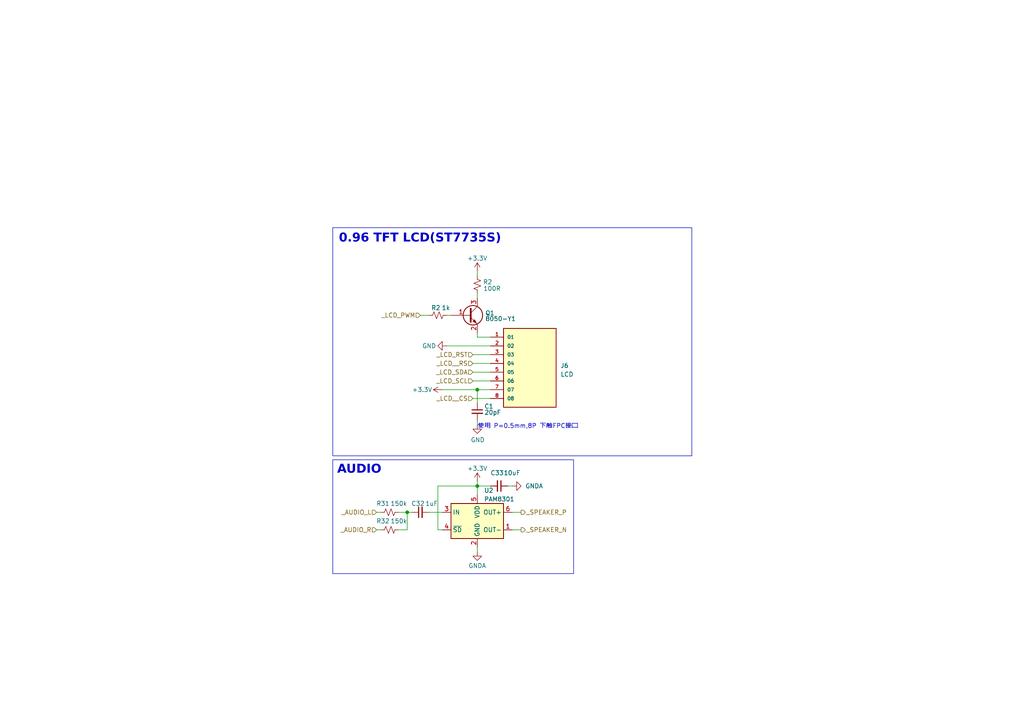
<source format=kicad_sch>
(kicad_sch (version 20230121) (generator eeschema)
  (paper "A4")
  (lib_symbols
    (symbol "3rd_Connector_Generic:CONN_1x8P" (pin_names (offset 1.016))
      (property "Reference" "J" (at -8.12 11.276 0))
      (property "Value" "CONN_1x8P" (at -7.62 -15.24 0))
      (symbol "CONN_1x8P_0_0"
        (rectangle (start -7.62 -12.7) (end 7.62 10.16) (stroke (width 0.254)) (fill (type background)))
        (pin passive line (at -11.43 7.62 0) (length 3.81) (name "01") (number "1"))
        (pin passive line (at -11.43 5.08 0) (length 3.81) (name "02") (number "2"))
        (pin passive line (at -11.43 2.54 0) (length 3.81) (name "03") (number "3"))
        (pin passive line (at -11.43 0 0) (length 3.81) (name "04") (number "4"))
        (pin passive line (at -11.43 -2.54 0) (length 3.81) (name "05") (number "5"))
        (pin passive line (at -11.43 -5.08 0) (length 3.81) (name "06") (number "6"))
        (pin passive line (at -11.43 -7.62 0) (length 3.81) (name "07") (number "7"))
        (pin passive line (at -11.43 -10.16 0) (length 3.81) (name "08") (number "8"))
      )
    )
    (symbol "Amplifier_Audio:PAM8301"
      (property "Reference" "U" (at 6.35 8.89 0))
      (property "Value" "PAM8301" (at 6.35 6.35 0))
      (symbol "PAM8301_0_1"
        (rectangle (start -7.62 5.08) (end 7.62 -5.08) (stroke (width 0.254)) (fill (type background)))
      )
      (symbol "PAM8301_1_1"
        (pin output line (at 10.16 -2.54 180) (length 2.54) (name "OUT-") (number "1"))
        (pin power_in line (at 0 -7.62 90) (length 2.54) (name "GND") (number "2"))
        (pin input line (at -10.16 2.54 0) (length 2.54) (name "IN") (number "3"))
        (pin input line (at -10.16 -2.54 0) (length 2.54) (name "~{SD}") (number "4"))
        (pin power_in line (at 0 7.62 270) (length 2.54) (name "VDD") (number "5"))
        (pin output line (at 10.16 2.54 180) (length 2.54) (name "OUT+") (number "6"))
      )
    )
    (symbol "Device:C_Small" (pin_numbers hide) (pin_names (offset 0.254) hide)
      (property "Reference" "C" (at 0.254 1.778 0))
      (property "Value" "C_Small" (at 0.254 -2.032 0))
      (symbol "C_Small_0_1"
        (polyline (pts (xy -1.524 -0.508) (xy 1.524 -0.508)) (stroke (width 0.3302)))
        (polyline (pts (xy -1.524 0.508) (xy 1.524 0.508)) (stroke (width 0.3048)))
      )
      (symbol "C_Small_1_1"
        (pin passive line (at 0 2.54 270) (length 2.032) (name "~") (number "1"))
        (pin passive line (at 0 -2.54 90) (length 2.032) (name "~") (number "2"))
      )
    )
    (symbol "Device:Q_NPN_BEC" (pin_names (offset 0) hide)
      (property "Reference" "Q" (at 5.08 1.27 0))
      (property "Value" "Q_NPN_BEC" (at 5.08 -1.27 0))
      (symbol "Q_NPN_BEC_0_1"
        (polyline (pts (xy 0.635 0.635) (xy 2.54 2.54)))
        (polyline (pts (xy 0.635 -0.635) (xy 2.54 -2.54) (xy 2.54 -2.54)))
        (polyline (pts (xy 0.635 1.905) (xy 0.635 -1.905) (xy 0.635 -1.905)) (stroke (width 0.508)))
        (polyline (pts (xy 1.27 -1.778) (xy 1.778 -1.27) (xy 2.286 -2.286) (xy 1.27 -1.778) (xy 1.27 -1.778)) (fill (type outline)))
        (circle (center 1.27 0) (radius 2.8194) (stroke (width 0.254)))
      )
      (symbol "Q_NPN_BEC_1_1"
        (pin input line (at -5.08 0 0) (length 5.715) (name "B") (number "1"))
        (pin passive line (at 2.54 -5.08 90) (length 2.54) (name "E") (number "2"))
        (pin passive line (at 2.54 5.08 270) (length 2.54) (name "C") (number "3"))
      )
    )
    (symbol "Device:R_Small_US" (pin_numbers hide) (pin_names (offset 0.254) hide)
      (property "Reference" "R" (at 0.762 0.508 0))
      (property "Value" "R_Small_US" (at 0.762 -1.016 0))
      (symbol "R_Small_US_1_1"
        (polyline (pts (xy 0 0) (xy 1.016 -0.381) (xy 0 -0.762) (xy -1.016 -1.143) (xy 0 -1.524)))
        (polyline (pts (xy 0 1.524) (xy 1.016 1.143) (xy 0 0.762) (xy -1.016 0.381) (xy 0 0)))
        (pin passive line (at 0 2.54 270) (length 1.016) (name "~") (number "1"))
        (pin passive line (at 0 -2.54 90) (length 1.016) (name "~") (number "2"))
      )
    )
    (symbol "power:+3.3V" (power) (pin_names (offset 0))
      (property "Value" "+3.3V" (at 0 3.556 0))
      (symbol "+3.3V_0_1"
        (polyline (pts (xy -0.762 1.27) (xy 0 2.54)))
        (polyline (pts (xy 0 0) (xy 0 2.54)))
        (polyline (pts (xy 0 2.54) (xy 0.762 1.27)))
      )
      (symbol "+3.3V_1_1"
        (pin power_in line (at 0 0 90) (length 0) hide (name "+3.3V") (number "1"))
      )
    )
    (symbol "power:GND" (power) (pin_names (offset 0))
      (property "Value" "GND" (at 0 -3.81 0))
      (symbol "GND_0_1"
        (polyline (pts (xy 0 0) (xy 0 -1.27) (xy 1.27 -1.27) (xy 0 -2.54) (xy -1.27 -1.27) (xy 0 -1.27)))
      )
      (symbol "GND_1_1"
        (pin power_in line (at 0 0 270) (length 0) hide (name "GND") (number "1"))
      )
    )
    (symbol "power:GNDA" (power) (pin_names (offset 0))
      (property "Value" "GNDA" (at 0 -3.81 0))
      (symbol "GNDA_0_1"
        (polyline (pts (xy 0 0) (xy 0 -1.27) (xy 1.27 -1.27) (xy 0 -2.54) (xy -1.27 -1.27) (xy 0 -1.27)))
      )
      (symbol "GNDA_1_1"
        (pin power_in line (at 0 0 270) (length 0) hide (name "GNDA") (number "1"))
      )
    )
  )
  (junction (at 138.43 113.03))
  (junction (at 118.11 148.59))
  (junction (at 138.43 140.97))
  (wire (pts (xy 118.11 148.59) (xy 119.38 148.59)))
  (wire (pts (xy 147.32 140.97) (xy 148.59 140.97)))
  (wire (pts (xy 109.22 148.59) (xy 110.49 148.59)))
  (wire (pts (xy 138.43 140.97) (xy 142.24 140.97)))
  (wire (pts (xy 121.92 91.44) (xy 124.46 91.44)))
  (wire (pts (xy 138.43 121.92) (xy 138.43 123.19)))
  (wire (pts (xy 138.43 97.79) (xy 142.24 97.79)))
  (wire (pts (xy 137.16 110.49) (xy 142.24 110.49)))
  (wire (pts (xy 138.43 140.97) (xy 138.43 139.7)))
  (wire (pts (xy 137.16 102.87) (xy 142.24 102.87)))
  (wire (pts (xy 124.46 148.59) (xy 128.27 148.59)))
  (wire (pts (xy 138.43 140.97) (xy 138.43 143.51)))
  (wire (pts (xy 138.43 158.75) (xy 138.43 160.02)))
  (wire (pts (xy 129.54 100.33) (xy 142.24 100.33)))
  (wire (pts (xy 138.43 97.79) (xy 138.43 96.52)))
  (wire (pts (xy 138.43 85.09) (xy 138.43 86.36)))
  (wire (pts (xy 148.59 148.59) (xy 151.13 148.59)))
  (wire (pts (xy 137.16 107.95) (xy 142.24 107.95)))
  (wire (pts (xy 137.16 115.57) (xy 142.24 115.57)))
  (wire (pts (xy 137.16 105.41) (xy 142.24 105.41)))
  (wire (pts (xy 118.11 148.59) (xy 118.11 153.67)))
  (wire (pts (xy 109.22 153.67) (xy 110.49 153.67)))
  (wire (pts (xy 115.57 148.59) (xy 118.11 148.59)))
  (wire (pts (xy 138.43 113.03) (xy 138.43 116.84)))
  (wire (pts (xy 129.54 91.44) (xy 130.81 91.44)))
  (wire (pts (xy 127 153.67) (xy 128.27 153.67)))
  (wire (pts (xy 148.59 153.67) (xy 151.13 153.67)))
  (wire (pts (xy 127 140.97) (xy 138.43 140.97)))
  (wire (pts (xy 128.27 113.03) (xy 138.43 113.03)))
  (wire (pts (xy 115.57 153.67) (xy 118.11 153.67)))
  (wire (pts (xy 127 153.67) (xy 127 140.97)))
  (wire (pts (xy 138.43 78.74) (xy 138.43 80.01)))
  (wire (pts (xy 138.43 113.03) (xy 142.24 113.03)))
  (rectangle (start 96.52 66.04) (end 200.66 132.207))
  (rectangle (start 96.52 133.35) (end 166.37 166.37))
  (text "0.96 TFT LCD(ST7735S)" (at 98.298 71.374 0) (effects (font (size 2.54 2.54) (thickness 0.508) bold) (justify left bottom)))
  (text "使用 P=0.5mm,8P 下触FPC接口" (at 138.43 124.46 0) (effects (font (size 1.27 1.27)) (justify left bottom)))
  (text "AUDIO" (at 97.79 138.43 0) (effects (font (size 2.54 2.54) (thickness 0.508) bold) (justify left bottom)))
  (hierarchical_label "_SPEAKER_P" (shape output) (at 151.13 148.59 0))
  (hierarchical_label "_LCD__RS" (shape input) (at 137.16 105.41 180))
  (hierarchical_label "_SPEAKER_N" (shape output) (at 151.13 153.67 0))
  (hierarchical_label "_LCD_SDA" (shape input) (at 137.16 107.95 180))
  (hierarchical_label "_AUDIO_R" (shape input) (at 109.22 153.67 180))
  (hierarchical_label "_LCD_RST" (shape input) (at 137.16 102.87 180))
  (hierarchical_label "_AUDIO_L" (shape input) (at 109.22 148.59 180))
  (hierarchical_label "_LCD_PWM" (shape input) (at 121.92 91.44 180))
  (hierarchical_label "_LCD__CS" (shape input) (at 137.16 115.57 180))
  (hierarchical_label "_LCD_SCL" (shape input) (at 137.16 110.49 180))
  (symbol (lib_id "power:GNDA") (at 138.43 160.02 0) (unit 1)
    (property "Reference" "#PWR092" (effects hide))
    (property "Value" "GNDA" (at 138.43 164.084 0))
    (instances (project "LinuxDK" (path "" (reference "#PWR092") (unit 1)) (path "" (reference "#PWR038") (unit 1)) (path "" (reference "#PWR092") (unit 1))))
  )
  (symbol (lib_id "power:GND") (at 129.54 100.33 270) (unit 1)
    (property "Reference" "#PWR05" (effects hide))
    (property "Value" "GND" (at 124.46 100.33 90))
    (instances (project "LinuxDK" (path "" (reference "#PWR05") (unit 1)) (path "" (reference "#PWR057") (unit 1))) (project "StepDriver" (path "" (reference "#PWR013") (unit 1))))
  )
  (symbol (lib_id "Device:C_Small") (at 138.43 119.38 0) (unit 1)
    (property "Reference" "C1" (at 140.462 117.856 0) (effects (justify left)))
    (property "Value" "20pF" (at 140.462 119.634 0) (effects (justify left)))
    (property "Footprint" "Capacitor_SMD:C_0603_1608Metric" (effects hide))
    (instances (project "LinuxDK" (path "" (reference "C1") (unit 1)) (path "" (reference "C14") (unit 1))) (project "StepDriver" (path "" (reference "C2") (unit 1))))
  )
  (symbol (lib_id "Device:R_Small_US") (at 113.03 153.67 90) (unit 1)
    (property "Reference" "R32" (at 113.03 151.13 90) (effects (justify left)))
    (property "Value" "150k" (at 118.11 151.13 90) (effects (justify left)))
    (property "Footprint" "Resistor_SMD:R_0603_1608Metric" (effects hide))
    (instances (project "LinuxDK" (path "" (reference "R32") (unit 1)) (path "" (reference "R32") (unit 1))) (project "StepDriver" (path "" (reference "R5") (unit 1))))
  )
  (symbol (lib_id "Device:R_Small_US") (at 113.03 148.59 90) (unit 1)
    (property "Reference" "R31" (at 113.03 146.05 90) (effects (justify left)))
    (property "Value" "150k" (at 118.11 146.05 90) (effects (justify left)))
    (property "Footprint" "Resistor_SMD:R_0603_1608Metric" (effects hide))
    (instances (project "LinuxDK" (path "" (reference "R31") (unit 1)) (path "" (reference "R31") (unit 1))) (project "StepDriver" (path "" (reference "R5") (unit 1))))
  )
  (symbol (lib_id "Device:C_Small") (at 121.92 148.59 90) (unit 1)
    (property "Reference" "C32" (at 123.19 146.05 90) (effects (justify left)))
    (property "Value" "1uF" (at 127 146.05 90) (effects (justify left)))
    (property "Footprint" "Capacitor_SMD:C_0603_1608Metric" (effects hide))
    (instances (project "LinuxDK" (path "" (reference "C32") (unit 1)) (path "" (reference "C32") (unit 1))) (project "StepDriver" (path "" (reference "C11") (unit 1))))
  )
  (symbol (lib_id "power:GND") (at 138.43 123.19 0) (unit 1)
    (property "Reference" "#PWR05" (effects hide))
    (property "Value" "GND" (at 138.557 127.5842 0))
    (instances (project "LinuxDK" (path "" (reference "#PWR05") (unit 1)) (path "" (reference "#PWR059") (unit 1))) (project "StepDriver" (path "" (reference "#PWR013") (unit 1))))
  )
  (symbol (lib_id "power:GNDA") (at 148.59 140.97 90) (unit 1)
    (property "Reference" "#PWR093" (effects hide))
    (property "Value" "GNDA" (at 154.94 140.97 90))
    (instances (project "LinuxDK" (path "" (reference "#PWR093") (unit 1)) (path "" (reference "#PWR038") (unit 1)) (path "" (reference "#PWR093") (unit 1))))
  )
  (symbol (lib_id "Device:Q_NPN_BEC") (at 135.89 91.44 0) (unit 1)
    (property "Reference" "Q1" (at 140.716 90.805 0) (effects (justify left)))
    (property "Value" "8050-Y1" (at 140.716 92.456 0) (effects (justify left)))
    (property "Footprint" "Package_TO_SOT_SMD:SOT-23" (effects hide))
    (instances (project "LinuxDK" (path "" (reference "Q1") (unit 1)) (path "" (reference "Q3") (unit 1))) (project "StepDriver" (path "" (reference "Q1") (unit 1))))
  )
  (symbol (lib_id "Device:C_Small") (at 144.78 140.97 270) (unit 1)
    (property "Reference" "C33" (at 142.24 137.16 90) (effects (justify left)))
    (property "Value" "10uF" (at 146.05 137.16 90) (effects (justify left)))
    (property "Footprint" "Capacitor_SMD:C_0603_1608Metric" (effects hide))
    (instances (project "LinuxDK" (path "" (reference "C33") (unit 1)) (path "" (reference "C33") (unit 1))) (project "StepDriver" (path "" (reference "C2") (unit 1))))
  )
  (symbol (lib_id "power:+3.3V") (at 138.43 139.7 0) (unit 1)
    (property "Reference" "#PWR091" (effects hide))
    (property "Value" "+3.3V" (at 138.43 135.89 0))
    (instances (project "LinuxDK" (path "" (reference "#PWR091") (unit 1)) (path "" (reference "#PWR091") (unit 1))) (project "StepDriver" (path "" (reference "#PWR012") (unit 1))))
  )
  (symbol (lib_id "Device:R_Small_US") (at 127 91.44 90) (unit 1)
    (property "Reference" "R2" (at 127.762 89.281 90) (effects (justify left)))
    (property "Value" "1k" (at 130.556 89.281 90) (effects (justify left)))
    (property "Footprint" "Resistor_SMD:R_0603_1608Metric" (effects hide))
    (instances (project "LinuxDK" (path "" (reference "R2") (unit 1)) (path "" (reference "R24") (unit 1))) (project "StepDriver" (path "" (reference "R5") (unit 1))))
  )
  (symbol (lib_id "power:+3.3V") (at 138.43 78.74 0) (unit 1)
    (property "Reference" "#PWR04" (effects hide))
    (property "Value" "+3.3V" (at 138.43 74.93 0))
    (instances (project "LinuxDK" (path "" (reference "#PWR04") (unit 1)) (path "" (reference "#PWR056") (unit 1))) (project "StepDriver" (path "" (reference "#PWR012") (unit 1))))
  )
  (symbol (lib_id "Device:R_Small_US") (at 138.43 82.55 0) (unit 1)
    (property "Reference" "R2" (at 140.081 81.788 0) (effects (justify left)))
    (property "Value" "100R" (at 140.1572 83.693 0) (effects (justify left)))
    (property "Footprint" "Resistor_SMD:R_0603_1608Metric" (effects hide))
    (instances (project "LinuxDK" (path "" (reference "R2") (unit 1)) (path "" (reference "R23") (unit 1))) (project "StepDriver" (path "" (reference "R5") (unit 1))))
  )
  (symbol (lib_id "3rd_Connector_Generic:CONN_1x8P") (at 153.67 105.41 0) (unit 1)
    (property "Reference" "J6" (at 162.56 106.045 0) (effects (justify left)))
    (property "Value" "LCD" (at 162.56 108.585 0) (effects (justify left)))
    (property "Footprint" "Connector_FFC-FPC:Hirose_FH12-8S-0.5SH_1x08-1MP_P0.50mm_Horizontal" (effects hide))
    (property "MANUFACTURER" "SAMTEC" (effects hide))
  )
  (symbol (lib_id "Amplifier_Audio:PAM8301") (at 138.43 151.13 0) (unit 1)
    (property "Reference" "U2" (at 140.3859 142.24 0) (effects (justify left)))
    (property "Value" "PAM8301" (at 140.3859 144.78 0) (effects (justify left)))
    (property "Footprint" "Package_TO_SOT_SMD:SOT-23-6" (effects hide))
    (property "Datasheet" "https://www.diodes.com/assets/Datasheets/PAM8301.pdf" (effects hide))
  )
  (symbol (lib_id "power:+3.3V") (at 128.27 113.03 90) (unit 1)
    (property "Reference" "#PWR04" (effects hide))
    (property "Value" "+3.3V" (at 122.428 113.03 90))
    (instances (project "LinuxDK" (path "" (reference "#PWR04") (unit 1)) (path "" (reference "#PWR058") (unit 1))) (project "StepDriver" (path "" (reference "#PWR012") (unit 1))))
  )
)
</source>
